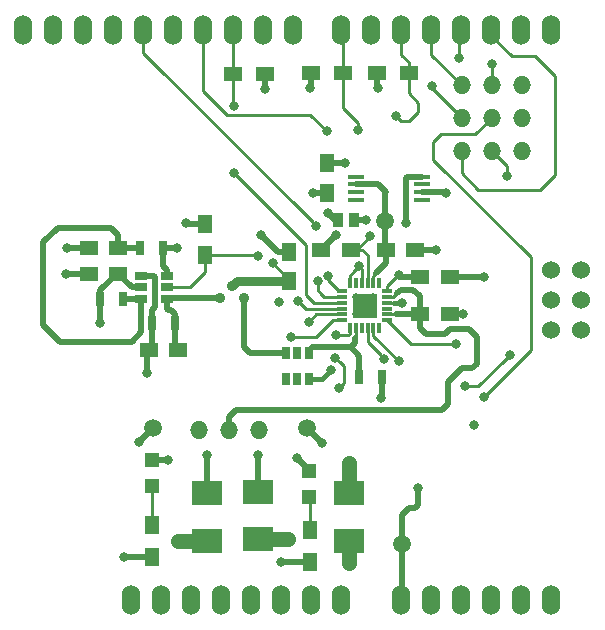
<source format=gtl>
G04 #@! TF.GenerationSoftware,KiCad,Pcbnew,no-vcs-found-2a3a699~58~ubuntu16.04.1*
G04 #@! TF.CreationDate,2017-05-22T10:07:48+03:00*
G04 #@! TF.ProjectId,interferometer,696E7465726665726F6D657465722E6B,1*
G04 #@! TF.FileFunction,Copper,L1,Top,Signal*
G04 #@! TF.FilePolarity,Positive*
%FSLAX46Y46*%
G04 Gerber Fmt 4.6, Leading zero omitted, Abs format (unit mm)*
G04 Created by KiCad (PCBNEW no-vcs-found-2a3a699~58~ubuntu16.04.1) date Mon May 22 10:07:48 2017*
%MOMM*%
%LPD*%
G01*
G04 APERTURE LIST*
%ADD10C,0.100000*%
%ADD11R,0.970000X1.270000*%
%ADD12R,1.473200X0.355600*%
%ADD13R,1.500000X1.250000*%
%ADD14R,1.060000X0.650000*%
%ADD15R,0.700000X1.300000*%
%ADD16C,1.500000*%
%ADD17R,1.200000X1.200000*%
%ADD18R,1.300000X1.500000*%
%ADD19C,0.900000*%
%ADD20R,2.100000X2.100000*%
%ADD21R,0.812800X0.304800*%
%ADD22R,0.304800X0.812800*%
%ADD23R,1.250000X1.500000*%
%ADD24R,2.500000X2.000000*%
%ADD25R,1.500000X1.300000*%
%ADD26R,0.650000X1.060000*%
%ADD27O,1.524000X1.524000*%
%ADD28C,1.524000*%
%ADD29O,1.524000X2.540000*%
%ADD30C,0.800000*%
%ADD31C,0.650000*%
%ADD32C,0.508000*%
%ADD33C,0.250000*%
%ADD34C,1.270000*%
%ADD35C,0.762000*%
%ADD36C,0.200660*%
%ADD37C,0.381000*%
G04 APERTURE END LIST*
D10*
D11*
X162915600Y-89916000D03*
X161635600Y-89916000D03*
D12*
X163098599Y-88198599D03*
X163098599Y-87548601D03*
X163098599Y-86898599D03*
X163098599Y-86248601D03*
X168737399Y-86248601D03*
X168737399Y-86898599D03*
X168737399Y-87548601D03*
X168737399Y-88198599D03*
D13*
X171049000Y-94742000D03*
X168549000Y-94742000D03*
X140482000Y-94488000D03*
X142982000Y-94488000D03*
D14*
X147150000Y-95631000D03*
X147150000Y-94681000D03*
X147150000Y-96581000D03*
X144950000Y-96581000D03*
X144950000Y-95631000D03*
X144950000Y-94681000D03*
D15*
X143378000Y-96647000D03*
X141478000Y-96647000D03*
D16*
X159004000Y-107569000D03*
X167005000Y-117348000D03*
X165608000Y-90043000D03*
X145923000Y-107569000D03*
D17*
X159131000Y-113368000D03*
X159131000Y-111168000D03*
X145846800Y-112453600D03*
X145846800Y-110253600D03*
D18*
X159207200Y-118901200D03*
X159207200Y-116201200D03*
X145846800Y-118469400D03*
X145846800Y-115769400D03*
D19*
X153638000Y-96520000D03*
X151638000Y-96520000D03*
X152638000Y-95520000D03*
D20*
X163850000Y-97167700D03*
D21*
X161957700Y-98417700D03*
X161957700Y-97917701D03*
X161957700Y-97417700D03*
X161957700Y-96917700D03*
X161957700Y-96417699D03*
X161957700Y-95917700D03*
D22*
X162600000Y-95275400D03*
X163099999Y-95275400D03*
X163600000Y-95275400D03*
X164100000Y-95275400D03*
X164600001Y-95275400D03*
X165100000Y-95275400D03*
D21*
X165742300Y-95917700D03*
X165742300Y-96417699D03*
X165742300Y-96917700D03*
X165742300Y-97417700D03*
X165742300Y-97917701D03*
X165742300Y-98417700D03*
D22*
X165100000Y-99060000D03*
X164600001Y-99060000D03*
X164100000Y-99060000D03*
X163600000Y-99060000D03*
X163099999Y-99060000D03*
X162600000Y-99060000D03*
D13*
X148062000Y-100965000D03*
X145562000Y-100965000D03*
D23*
X160655000Y-85110000D03*
X160655000Y-87610000D03*
X157480000Y-92603000D03*
X157480000Y-95103000D03*
D13*
X168128000Y-92456000D03*
X165628000Y-92456000D03*
X168549000Y-97917000D03*
X171049000Y-97917000D03*
X160167000Y-92456000D03*
X162667000Y-92456000D03*
X142982000Y-92329000D03*
X140482000Y-92329000D03*
D24*
X162560000Y-117062000D03*
X162560000Y-113062000D03*
X150495000Y-117062000D03*
X150495000Y-113062000D03*
X154813000Y-116935000D03*
X154813000Y-112935000D03*
D15*
X147762000Y-98679000D03*
X145862000Y-98679000D03*
X165288000Y-103251000D03*
X163388000Y-103251000D03*
X144846000Y-92329000D03*
X146746000Y-92329000D03*
D18*
X150368000Y-92917000D03*
X150368000Y-90217000D03*
D25*
X162005000Y-77470000D03*
X159305000Y-77470000D03*
X152701000Y-77597000D03*
X155401000Y-77597000D03*
X167593000Y-77470000D03*
X164893000Y-77470000D03*
D26*
X158158000Y-101201000D03*
X157208000Y-101201000D03*
X159108000Y-101201000D03*
X159108000Y-103401000D03*
X158158000Y-103401000D03*
X157208000Y-103401000D03*
D27*
X172085000Y-81280000D03*
X174625000Y-81280000D03*
X177165000Y-81280000D03*
X172085000Y-78486000D03*
X174625000Y-78486000D03*
X177165000Y-78486000D03*
X149860000Y-107696000D03*
X152400000Y-107696000D03*
X154940000Y-107696000D03*
X172085000Y-84074000D03*
X174625000Y-84074000D03*
X177165000Y-84074000D03*
D28*
X182206173Y-99230349D03*
X179666173Y-99230349D03*
X182206173Y-96690349D03*
X179666173Y-96690349D03*
X182206173Y-94150349D03*
X179666173Y-94150349D03*
D29*
X144106173Y-122090349D03*
X146646173Y-122090349D03*
X134962173Y-73830349D03*
X137502173Y-73830349D03*
X154266173Y-122090349D03*
X140042173Y-73830349D03*
X142582173Y-73830349D03*
X145122173Y-73830349D03*
X147662173Y-73830349D03*
X150202173Y-73830349D03*
X152742173Y-73830349D03*
X155282173Y-73830349D03*
X157822173Y-73830349D03*
X161886173Y-73830349D03*
X164426173Y-73830349D03*
X166966173Y-73830349D03*
X169506173Y-73830349D03*
X172046173Y-73830349D03*
X174586173Y-73830349D03*
X177126173Y-73830349D03*
X179666173Y-73830349D03*
X149186173Y-122090349D03*
X151726173Y-122090349D03*
X156806173Y-122090349D03*
X159346173Y-122090349D03*
X161886173Y-122090349D03*
X172046173Y-122090349D03*
X169506173Y-122090349D03*
X166966173Y-122090349D03*
X174586173Y-122090349D03*
X177126173Y-122090349D03*
X179666173Y-122090349D03*
D30*
X168402000Y-112649000D03*
X172212000Y-97917000D03*
X173990000Y-94742000D03*
X173101000Y-107315000D03*
X169926000Y-92456000D03*
X160782000Y-89357200D03*
X157607000Y-99822000D03*
X156591000Y-96901000D03*
X161417000Y-91186000D03*
X156794200Y-118897400D03*
X143510000Y-118440200D03*
X148082000Y-117094000D03*
X157353000Y-116967000D03*
X162560000Y-118999000D03*
X162179000Y-85090000D03*
X138557000Y-94488000D03*
X138684000Y-92329000D03*
X155067000Y-91186000D03*
X144780000Y-108712000D03*
X147243800Y-110236000D03*
X148717000Y-90170000D03*
X164973000Y-78740000D03*
X159258004Y-78740000D03*
X155447998Y-78867000D03*
X147955000Y-92329000D03*
X150495000Y-109855000D03*
X171831000Y-76200000D03*
X169545000Y-78613000D03*
X166497000Y-81153000D03*
X158242000Y-96774000D03*
X163322000Y-82296000D03*
X171577000Y-100457000D03*
X154813000Y-92964000D03*
X152781000Y-80264000D03*
X152781000Y-85979000D03*
X160781942Y-94664927D03*
X160655000Y-82423000D03*
X159758239Y-90431761D03*
X159892980Y-95123000D03*
X170727659Y-87590341D03*
X156083000Y-93599000D03*
X159111000Y-98552000D03*
X164338000Y-91313000D03*
X159512000Y-87630000D03*
X158115000Y-110109004D03*
X154813000Y-109855000D03*
X160274000Y-108839000D03*
X161381454Y-101565010D03*
X161417000Y-99695000D03*
X161671000Y-104140000D03*
X175895000Y-86233000D03*
X166750996Y-101854004D03*
X176149000Y-101346000D03*
X172338994Y-104013000D03*
X174625000Y-76708000D03*
X165533141Y-101674859D03*
X173990000Y-104902000D03*
D31*
X164591999Y-97917000D03*
X164592000Y-96418400D03*
X163093400Y-96418400D03*
X163118800Y-97917000D03*
X163850000Y-97167700D03*
D30*
X167385990Y-90170000D03*
X163982400Y-89916000D03*
X166751000Y-94615010D03*
X163374990Y-93842140D03*
X165277800Y-105003600D03*
X141478000Y-98679000D03*
X162560000Y-110490000D03*
X166995959Y-96907753D03*
X161036000Y-102616000D03*
X145415000Y-102870000D03*
D32*
X167005000Y-117348000D02*
X167005000Y-114935000D01*
X167005000Y-114935000D02*
X167640000Y-114300000D01*
X167640000Y-114300000D02*
X168148000Y-114300000D01*
X168148000Y-114300000D02*
X168402000Y-114046000D01*
X168402000Y-114046000D02*
X168402000Y-112649000D01*
X167005000Y-118110000D02*
X167005000Y-117348000D01*
X167005000Y-118110000D02*
X167005000Y-122051522D01*
X167005000Y-122051522D02*
X166966173Y-122090349D01*
X171049000Y-97917000D02*
X172212000Y-97917000D01*
X171049000Y-94742000D02*
X173990000Y-94742000D01*
X168128000Y-92456000D02*
X169926000Y-92456000D01*
X161635600Y-89916000D02*
X161340800Y-89916000D01*
X161340800Y-89916000D02*
X160782000Y-89357200D01*
D33*
X161170300Y-98417700D02*
X159766000Y-99822000D01*
X159766000Y-99822000D02*
X157607000Y-99822000D01*
X161957700Y-98417700D02*
X161170300Y-98417700D01*
D32*
X160167000Y-92456000D02*
X160167000Y-92436000D01*
X160167000Y-92436000D02*
X161417000Y-91186000D01*
X159207200Y-118901200D02*
X156798000Y-118901200D01*
X156798000Y-118901200D02*
X156794200Y-118897400D01*
X145846800Y-118469400D02*
X143539200Y-118469400D01*
X143539200Y-118469400D02*
X143510000Y-118440200D01*
D34*
X150495000Y-117062000D02*
X148114000Y-117062000D01*
X148114000Y-117062000D02*
X148082000Y-117094000D01*
X154813000Y-116935000D02*
X157321000Y-116935000D01*
X157321000Y-116935000D02*
X157353000Y-116967000D01*
X162560000Y-117062000D02*
X162560000Y-118999000D01*
D32*
X160655000Y-85110000D02*
X162159000Y-85110000D01*
X162159000Y-85110000D02*
X162179000Y-85090000D01*
X140482000Y-94488000D02*
X138557000Y-94488000D01*
X140482000Y-92329000D02*
X138684000Y-92329000D01*
X157480000Y-92603000D02*
X156484000Y-92603000D01*
X156484000Y-92603000D02*
X155067000Y-91186000D01*
X145923000Y-107569000D02*
X144780000Y-108712000D01*
X145846800Y-110253600D02*
X147226200Y-110253600D01*
X147226200Y-110253600D02*
X147243800Y-110236000D01*
X150368000Y-90217000D02*
X148764000Y-90217000D01*
X148764000Y-90217000D02*
X148717000Y-90170000D01*
X164893000Y-77470000D02*
X164893000Y-78660000D01*
X164893000Y-78660000D02*
X164973000Y-78740000D01*
X159305000Y-78693004D02*
X159258004Y-78740000D01*
X159305000Y-77470000D02*
X159305000Y-78693004D01*
X155401000Y-78820002D02*
X155447998Y-78867000D01*
X155401000Y-77597000D02*
X155401000Y-78820002D01*
X147150000Y-94191000D02*
X146746000Y-93787000D01*
X146746000Y-93787000D02*
X146746000Y-92329000D01*
X147150000Y-94681000D02*
X147150000Y-94191000D01*
X146746000Y-92329000D02*
X147955000Y-92329000D01*
X150495000Y-113062000D02*
X150495000Y-109855000D01*
D33*
X147193000Y-94638000D02*
X147150000Y-94681000D01*
X178308000Y-76073000D02*
X176320824Y-76073000D01*
X176320824Y-76073000D02*
X174586173Y-74338349D01*
X174586173Y-74338349D02*
X174586173Y-73830349D01*
X179959000Y-77724000D02*
X178308000Y-76073000D01*
X179959000Y-86106000D02*
X179959000Y-77724000D01*
X178689000Y-87376000D02*
X179959000Y-86106000D01*
X173482000Y-87376000D02*
X178689000Y-87376000D01*
X172085000Y-85979000D02*
X173482000Y-87376000D01*
X172085000Y-84074000D02*
X172085000Y-85979000D01*
X171831000Y-76200000D02*
X171831000Y-74045522D01*
X171831000Y-74045522D02*
X172046173Y-73830349D01*
X172085000Y-81280000D02*
X169545000Y-78740000D01*
X169545000Y-78740000D02*
X169545000Y-78613000D01*
X172085000Y-78486000D02*
X169506173Y-75907173D01*
X169506173Y-75907173D02*
X169506173Y-73830349D01*
X167593000Y-77470000D02*
X167593000Y-76570000D01*
X167593000Y-76570000D02*
X166966173Y-75943173D01*
X166966173Y-75943173D02*
X166966173Y-73830349D01*
X168402000Y-80010000D02*
X167593000Y-79201000D01*
X167593000Y-79201000D02*
X167593000Y-77470000D01*
X168402000Y-80772000D02*
X168402000Y-80010000D01*
X166831000Y-73965522D02*
X166966173Y-73830349D01*
X167621001Y-81552999D02*
X168402000Y-80772000D01*
X166497000Y-81153000D02*
X166896999Y-81552999D01*
X166896999Y-81552999D02*
X167621001Y-81552999D01*
X161957700Y-97417700D02*
X158885700Y-97417700D01*
X158885700Y-97417700D02*
X158242000Y-96774000D01*
X167781600Y-100457000D02*
X165742300Y-98417700D01*
X171577000Y-100457000D02*
X167781600Y-100457000D01*
X162005000Y-77470000D02*
X162005000Y-73949176D01*
X162005000Y-73949176D02*
X161886173Y-73830349D01*
X163322000Y-82296000D02*
X163322000Y-81730315D01*
X163322000Y-81730315D02*
X162005000Y-80413315D01*
X162005000Y-78370000D02*
X162005000Y-77470000D01*
X162005000Y-80413315D02*
X162005000Y-78370000D01*
X150368000Y-92917000D02*
X154766000Y-92917000D01*
X154766000Y-92917000D02*
X154813000Y-92964000D01*
X149098000Y-95631000D02*
X150368000Y-94361000D01*
X150368000Y-94361000D02*
X150368000Y-92917000D01*
X147150000Y-95631000D02*
X149098000Y-95631000D01*
X152701000Y-80184000D02*
X152781000Y-80264000D01*
X152701000Y-77597000D02*
X152701000Y-80184000D01*
X158877000Y-96266000D02*
X158877000Y-92075000D01*
X158877000Y-92075000D02*
X152781000Y-85979000D01*
X159528700Y-96917700D02*
X158877000Y-96266000D01*
X161957700Y-96917700D02*
X159528700Y-96917700D01*
X152701000Y-77597000D02*
X152701000Y-73871522D01*
X152701000Y-73871522D02*
X152742173Y-73830349D01*
X160655000Y-82423000D02*
X159258000Y-81026000D01*
X159258000Y-81026000D02*
X152196800Y-81026000D01*
X152196800Y-81026000D02*
X150202173Y-79031373D01*
X150202173Y-79031373D02*
X150202173Y-73830349D01*
X161957700Y-95917700D02*
X161703700Y-95917700D01*
X161703700Y-95917700D02*
X160781942Y-94995942D01*
X160781942Y-94995942D02*
X160781942Y-94664927D01*
X159358240Y-90031762D02*
X159758239Y-90431761D01*
X145122173Y-75795695D02*
X159358240Y-90031762D01*
X145122173Y-73830349D02*
X145122173Y-75795695D01*
X159892980Y-95688685D02*
X159892980Y-95123000D01*
X160165999Y-96157999D02*
X159892980Y-95884980D01*
X160425699Y-96417699D02*
X160165999Y-96157999D01*
X159892980Y-95884980D02*
X159892980Y-95688685D01*
X161957700Y-96417699D02*
X160425699Y-96417699D01*
X160274000Y-96266000D02*
X160165999Y-96157999D01*
D32*
X168737399Y-87548601D02*
X170685919Y-87548601D01*
X170685919Y-87548601D02*
X170727659Y-87590341D01*
D33*
X156101000Y-93599000D02*
X156083000Y-93599000D01*
X157480000Y-94978000D02*
X156101000Y-93599000D01*
X157480000Y-95103000D02*
X157480000Y-94978000D01*
D35*
X157480000Y-95103000D02*
X153055000Y-95103000D01*
X153055000Y-95103000D02*
X152638000Y-95520000D01*
D33*
X161957700Y-97917701D02*
X159745299Y-97917701D01*
X159745299Y-97917701D02*
X159111000Y-98552000D01*
X162667000Y-92456000D02*
X163195000Y-92456000D01*
X163195000Y-92456000D02*
X164338000Y-91313000D01*
X164100000Y-95275400D02*
X164100000Y-92889000D01*
X164100000Y-92889000D02*
X163667000Y-92456000D01*
X163667000Y-92456000D02*
X162667000Y-92456000D01*
D32*
X160655000Y-87610000D02*
X159532000Y-87610000D01*
X159532000Y-87610000D02*
X159512000Y-87630000D01*
X158514999Y-110509003D02*
X158115000Y-110109004D01*
X159131000Y-111125004D02*
X158514999Y-110509003D01*
X159131000Y-111168000D02*
X159131000Y-111125004D01*
X154813000Y-112935000D02*
X154813000Y-109855000D01*
X159004000Y-107569000D02*
X160274000Y-108839000D01*
D33*
X161781453Y-101965009D02*
X161381454Y-101565010D01*
X162070999Y-103740001D02*
X162070999Y-102254555D01*
X161671000Y-104140000D02*
X162070999Y-103740001D01*
X162070999Y-102254555D02*
X161781453Y-101965009D01*
X162433000Y-99695000D02*
X162600000Y-99528000D01*
X162600000Y-99528000D02*
X162600000Y-99060000D01*
X161417000Y-99695000D02*
X162433000Y-99695000D01*
X174625000Y-84074000D02*
X175895000Y-85344000D01*
X175895000Y-85344000D02*
X175895000Y-86233000D01*
X166624000Y-96139000D02*
X166553660Y-96139000D01*
X166553660Y-96139000D02*
X166290471Y-96402189D01*
D32*
X168549000Y-97917000D02*
X166497701Y-97917000D01*
X166497701Y-97917000D02*
X166497000Y-97917701D01*
X166941999Y-95821001D02*
X166624000Y-96139000D01*
X166997661Y-95821001D02*
X166941999Y-95821001D01*
X167957001Y-95821001D02*
X166997661Y-95821001D01*
D33*
X167957001Y-95821001D02*
X167894000Y-95758000D01*
D32*
X168529000Y-96764000D02*
X168529000Y-96393000D01*
X168529000Y-96393000D02*
X167957001Y-95821001D01*
X168549000Y-97917000D02*
X168549000Y-96784000D01*
X168549000Y-96784000D02*
X168529000Y-96764000D01*
X170434000Y-106045000D02*
X170942000Y-105537000D01*
X173355000Y-102108000D02*
X173355000Y-99822000D01*
X170942000Y-105537000D02*
X170942000Y-103632000D01*
X172720000Y-99187000D02*
X171069000Y-99187000D01*
X170942000Y-103632000D02*
X172085000Y-102489000D01*
X170688000Y-99568000D02*
X169067000Y-99568000D01*
X172085000Y-102489000D02*
X172974000Y-102489000D01*
X173355000Y-99822000D02*
X172720000Y-99187000D01*
X172974000Y-102489000D02*
X173355000Y-102108000D01*
X171069000Y-99187000D02*
X170688000Y-99568000D01*
X169067000Y-99568000D02*
X168549000Y-99050000D01*
X168549000Y-99050000D02*
X168549000Y-97917000D01*
D33*
X165742300Y-97917701D02*
X166497000Y-97917701D01*
D32*
X152973370Y-106045000D02*
X170434000Y-106045000D01*
X152400000Y-106618370D02*
X152973370Y-106045000D01*
X152400000Y-107696000D02*
X152400000Y-106618370D01*
D33*
X167894000Y-95758000D02*
X168168000Y-96032000D01*
X165757810Y-96402189D02*
X166290471Y-96402189D01*
X165742300Y-96417699D02*
X165757810Y-96402189D01*
D36*
X168910000Y-106045000D02*
X170434000Y-106045000D01*
D33*
X152973370Y-106045000D02*
X168910000Y-106045000D01*
X166737605Y-101854004D02*
X166750996Y-101854004D01*
X164600001Y-99716400D02*
X166737605Y-101854004D01*
X164600001Y-99060000D02*
X164600001Y-99716400D01*
X175749001Y-101745999D02*
X176149000Y-101346000D01*
X172338994Y-104013000D02*
X173482000Y-104013000D01*
X173482000Y-104013000D02*
X175749001Y-101745999D01*
X174625000Y-78486000D02*
X174625000Y-76708000D01*
X165133142Y-101274860D02*
X165533141Y-101674859D01*
X164100000Y-100241718D02*
X165133142Y-101274860D01*
X164100000Y-99060000D02*
X164100000Y-100241718D01*
X174389999Y-104502001D02*
X173990000Y-104902000D01*
X169672000Y-84836000D02*
X177927000Y-93091000D01*
X177927000Y-100965000D02*
X174389999Y-104502001D01*
X177927000Y-93091000D02*
X177927000Y-100965000D01*
X170307000Y-82677000D02*
X169672000Y-83312000D01*
X169672000Y-83312000D02*
X169672000Y-84836000D01*
X174625000Y-81280000D02*
X173228000Y-82677000D01*
X173228000Y-82677000D02*
X170307000Y-82677000D01*
X163100700Y-96418400D02*
X163093400Y-96418400D01*
X163195010Y-96512710D02*
X163100700Y-96418400D01*
X163850000Y-97167700D02*
X163850000Y-97182390D01*
D32*
X167385990Y-89604315D02*
X167385990Y-90170000D01*
X167385990Y-86355410D02*
X167385990Y-89604315D01*
X167492799Y-86248601D02*
X167385990Y-86355410D01*
X168737399Y-86248601D02*
X167492799Y-86248601D01*
X165288000Y-103251000D02*
X165288000Y-104993400D01*
X165288000Y-104993400D02*
X165277800Y-105003600D01*
X162915600Y-89916000D02*
X163982400Y-89916000D01*
X141485400Y-95859600D02*
X141485400Y-96639600D01*
X141485400Y-96639600D02*
X141478000Y-96647000D01*
X142982000Y-94488000D02*
X142857000Y-94488000D01*
X142857000Y-94488000D02*
X141485400Y-95859600D01*
D33*
X166642590Y-94615010D02*
X166751000Y-94615010D01*
X165742300Y-95917700D02*
X165742300Y-95515300D01*
X165742300Y-95515300D02*
X166642590Y-94615010D01*
D32*
X168549000Y-94742000D02*
X166877990Y-94742000D01*
X166877990Y-94742000D02*
X166751000Y-94615010D01*
D33*
X165742300Y-95917700D02*
X165996300Y-95917700D01*
X165996300Y-95917700D02*
X166029000Y-95885000D01*
X163600000Y-94067150D02*
X163374990Y-93842140D01*
X163600000Y-95275400D02*
X163600000Y-94067150D01*
X162600000Y-94617130D02*
X162974991Y-94242139D01*
X162600000Y-95275400D02*
X162600000Y-94617130D01*
X162974991Y-94242139D02*
X163374990Y-93842140D01*
D32*
X165288000Y-103251000D02*
X165288000Y-103571000D01*
X144950000Y-95631000D02*
X144125000Y-95631000D01*
X144125000Y-95631000D02*
X142982000Y-94488000D01*
X141478000Y-96647000D02*
X141478000Y-98679000D01*
D34*
X162560000Y-113062000D02*
X162560000Y-110490000D01*
D32*
X144950000Y-96581000D02*
X144950000Y-99398000D01*
X142387800Y-90601800D02*
X142982000Y-91196000D01*
X144950000Y-99398000D02*
X144119600Y-100228400D01*
X137871200Y-90601800D02*
X142387800Y-90601800D01*
X144119600Y-100228400D02*
X138049000Y-100228400D01*
X138049000Y-100228400D02*
X136652000Y-98831400D01*
X136652000Y-98831400D02*
X136652000Y-91821000D01*
X136652000Y-91821000D02*
X137871200Y-90601800D01*
X142982000Y-91196000D02*
X142982000Y-92329000D01*
X144950000Y-96581000D02*
X143444000Y-96581000D01*
X143444000Y-96581000D02*
X143378000Y-96647000D01*
X142982000Y-92329000D02*
X144846000Y-92329000D01*
D33*
X142857000Y-92329000D02*
X142982000Y-92329000D01*
X144884000Y-96647000D02*
X144950000Y-96581000D01*
D32*
X147762000Y-98679000D02*
X147762000Y-100665000D01*
X147762000Y-100665000D02*
X148062000Y-100965000D01*
X147472400Y-97561400D02*
X147762000Y-97851000D01*
X147762000Y-97851000D02*
X147762000Y-98679000D01*
X147297400Y-97561400D02*
X147472400Y-97561400D01*
X147150000Y-96581000D02*
X147150000Y-97414000D01*
X147150000Y-97414000D02*
X147297400Y-97561400D01*
X151638000Y-96520000D02*
X147211000Y-96520000D01*
X147211000Y-96520000D02*
X147150000Y-96581000D01*
X153670000Y-100711000D02*
X153638000Y-100679000D01*
X153638000Y-100679000D02*
X153638000Y-96520000D01*
X154160000Y-101201000D02*
X153670000Y-100711000D01*
X157208000Y-101201000D02*
X154160000Y-101201000D01*
D33*
X153670000Y-96647000D02*
X153670000Y-100711000D01*
X163068000Y-99920401D02*
X163099999Y-99888402D01*
X163099999Y-99888402D02*
X163099999Y-99060000D01*
D32*
X162687000Y-100711000D02*
X160431000Y-100711000D01*
X160431000Y-100711000D02*
X159393000Y-100711000D01*
X163388000Y-101412000D02*
X162687000Y-100711000D01*
X163068000Y-100330000D02*
X163068000Y-99920401D01*
X162687000Y-100711000D02*
X163068000Y-100330000D01*
X163388000Y-103251000D02*
X163388000Y-101412000D01*
D33*
X159108000Y-101201000D02*
X159108000Y-100996000D01*
X159108000Y-100996000D02*
X159393000Y-100711000D01*
D37*
X166430274Y-96907753D02*
X166995959Y-96907753D01*
X166420327Y-96917700D02*
X166430274Y-96907753D01*
X166370000Y-96917700D02*
X166420327Y-96917700D01*
D33*
X166370000Y-96917700D02*
X165742300Y-96917700D01*
D37*
X159108000Y-103401000D02*
X160251000Y-103401000D01*
X160251000Y-103401000D02*
X161036000Y-102616000D01*
D32*
X165608000Y-90043000D02*
X165608000Y-92436000D01*
X165608000Y-92436000D02*
X165628000Y-92456000D01*
X165628000Y-87523000D02*
X165608000Y-87543000D01*
X165608000Y-87543000D02*
X165608000Y-90043000D01*
X165628000Y-87523000D02*
X165003599Y-86898599D01*
X165628000Y-93591001D02*
X165628000Y-92456000D01*
X165003599Y-86898599D02*
X163098599Y-86898599D01*
D33*
X164846000Y-94373001D02*
X164600001Y-94619000D01*
D32*
X164846000Y-94373001D02*
X165628000Y-93591001D01*
D33*
X164973000Y-86868000D02*
X165003599Y-86898599D01*
X164600001Y-94619000D02*
X164600001Y-95275400D01*
D32*
X145862000Y-98679000D02*
X145862000Y-97521000D01*
X145862000Y-97521000D02*
X146075400Y-97307600D01*
X145988000Y-94681000D02*
X144950000Y-94681000D01*
X146075400Y-97307600D02*
X146075400Y-94768400D01*
X146075400Y-94768400D02*
X145988000Y-94681000D01*
X145862000Y-98679000D02*
X145862000Y-100665000D01*
X145862000Y-100665000D02*
X145562000Y-100965000D01*
X145415000Y-102870000D02*
X145415000Y-101112000D01*
D33*
X145415000Y-101112000D02*
X145562000Y-100965000D01*
X145846800Y-112453600D02*
X145846800Y-113368000D01*
X145846800Y-113368000D02*
X145846800Y-115769400D01*
X159207200Y-116201200D02*
X159207200Y-113444200D01*
X159207200Y-113444200D02*
X159131000Y-113368000D01*
X159181800Y-116175800D02*
X159207200Y-116201200D01*
M02*

</source>
